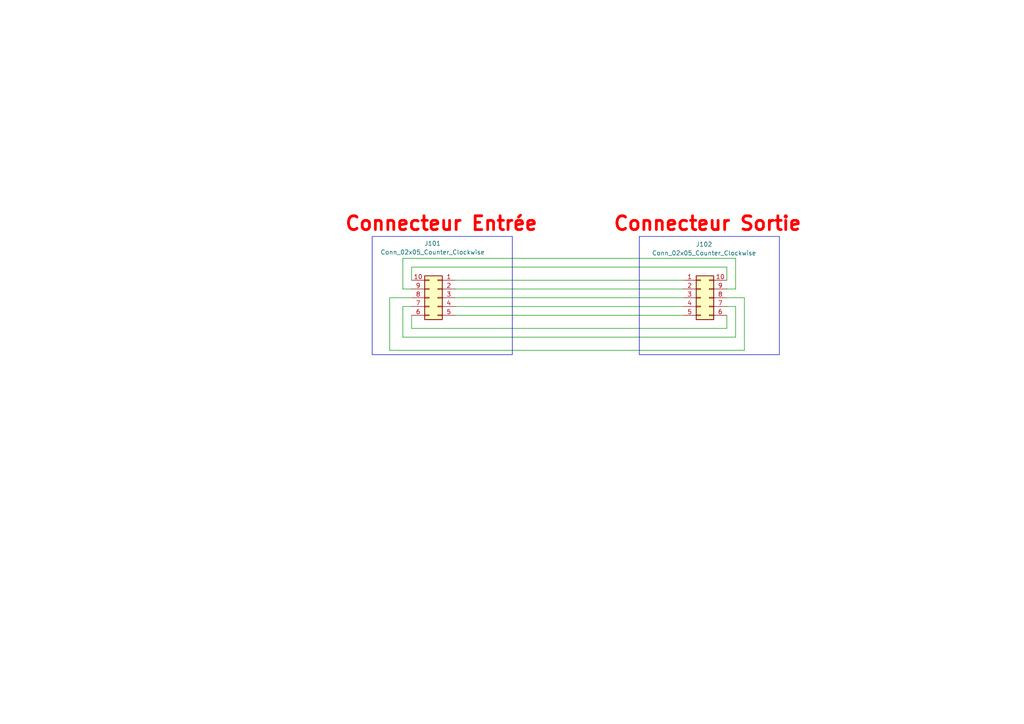
<source format=kicad_sch>
(kicad_sch (version 20231120) (generator "eeschema") (generator_version "8.0")
  (paper "A4")
  (lib_symbols
    (symbol "Connector_Generic:Conn_02x05_Counter_Clockwise" (pin_names (offset 1.016) hide)
      (property "Reference" "J" (at 1.27 7.62 0))
      (property "Value" "Conn_02x05_Counter_Clockwise" (at 1.27 -7.62 0))
      (symbol "Conn_02x05_Counter_Clockwise_1_1"
        (rectangle (start -1.27 -4.953) (end 0 -5.207) (stroke (width 0.1524)))
        (rectangle (start -1.27 -2.413) (end 0 -2.667) (stroke (width 0.1524)))
        (rectangle (start -1.27 0.127) (end 0 -0.127) (stroke (width 0.1524)))
        (rectangle (start -1.27 2.667) (end 0 2.413) (stroke (width 0.1524)))
        (rectangle (start -1.27 5.207) (end 0 4.953) (stroke (width 0.1524)))
        (rectangle (start -1.27 6.35) (end 3.81 -6.35) (stroke (width 0.254)) (fill (type background)))
        (rectangle (start 3.81 -4.953) (end 2.54 -5.207) (stroke (width 0.1524)))
        (rectangle (start 3.81 -2.413) (end 2.54 -2.667) (stroke (width 0.1524)))
        (rectangle (start 3.81 0.127) (end 2.54 -0.127) (stroke (width 0.1524)))
        (rectangle (start 3.81 2.667) (end 2.54 2.413) (stroke (width 0.1524)))
        (rectangle (start 3.81 5.207) (end 2.54 4.953) (stroke (width 0.1524)))
        (pin passive line (at -5.08 5.08 0) (length 3.81) (name "Pin_1") (number "1"))
        (pin passive line (at 7.62 5.08 180) (length 3.81) (name "Pin_10") (number "10"))
        (pin passive line (at -5.08 2.54 0) (length 3.81) (name "Pin_2") (number "2"))
        (pin passive line (at -5.08 0 0) (length 3.81) (name "Pin_3") (number "3"))
        (pin passive line (at -5.08 -2.54 0) (length 3.81) (name "Pin_4") (number "4"))
        (pin passive line (at -5.08 -5.08 0) (length 3.81) (name "Pin_5") (number "5"))
        (pin passive line (at 7.62 -5.08 180) (length 3.81) (name "Pin_6") (number "6"))
        (pin passive line (at 7.62 -2.54 180) (length 3.81) (name "Pin_7") (number "7"))
        (pin passive line (at 7.62 0 180) (length 3.81) (name "Pin_8") (number "8"))
        (pin passive line (at 7.62 2.54 180) (length 3.81) (name "Pin_9") (number "9"))
      )
    )
  )
  (wire (pts (xy 119.38 91.44) (xy 119.38 95.25)))
  (wire (pts (xy 213.36 74.93) (xy 116.84 74.93)))
  (wire (pts (xy 210.82 83.82) (xy 213.36 83.82)))
  (wire (pts (xy 132.08 91.44) (xy 198.12 91.44)))
  (wire (pts (xy 119.38 77.47) (xy 210.82 77.47)))
  (wire (pts (xy 213.36 97.79) (xy 213.36 88.9)))
  (wire (pts (xy 113.03 86.36) (xy 119.38 86.36)))
  (wire (pts (xy 119.38 95.25) (xy 210.82 95.25)))
  (wire (pts (xy 132.08 86.36) (xy 198.12 86.36)))
  (wire (pts (xy 132.08 88.9) (xy 198.12 88.9)))
  (wire (pts (xy 215.9 101.6) (xy 113.03 101.6)))
  (wire (pts (xy 210.82 95.25) (xy 210.82 91.44)))
  (wire (pts (xy 213.36 83.82) (xy 213.36 74.93)))
  (wire (pts (xy 116.84 97.79) (xy 213.36 97.79)))
  (wire (pts (xy 213.36 88.9) (xy 210.82 88.9)))
  (wire (pts (xy 210.82 77.47) (xy 210.82 81.28)))
  (wire (pts (xy 116.84 83.82) (xy 119.38 83.82)))
  (wire (pts (xy 116.84 88.9) (xy 116.84 97.79)))
  (wire (pts (xy 210.82 86.36) (xy 215.9 86.36)))
  (wire (pts (xy 119.38 88.9) (xy 116.84 88.9)))
  (wire (pts (xy 132.08 83.82) (xy 198.12 83.82)))
  (wire (pts (xy 119.38 81.28) (xy 119.38 77.47)))
  (wire (pts (xy 215.9 86.36) (xy 215.9 101.6)))
  (wire (pts (xy 116.84 74.93) (xy 116.84 83.82)))
  (wire (pts (xy 132.08 81.28) (xy 198.12 81.28)))
  (wire (pts (xy 113.03 101.6) (xy 113.03 86.36)))
  (rectangle (start 107.95 68.58) (end 148.59 102.87))
  (rectangle (start 185.42 68.58) (end 226.06 102.87))
  (text "Connecteur Sortie" (at 205.232 65.024 0) (effects (font (size 4 4) (thickness 0.8) (bold yes))))
  (text "Connecteur Entrée" (at 128.016 65.024 0) (effects (font (size 4 4) (thickness 0.8) (bold yes))))
  (symbol (lib_id "Connector_Generic:Conn_02x05_Counter_Clockwise") (at 127 86.36 0) (mirror y) (unit 1)
    (property "Reference" "J101" (at 125.476 70.612 0))
    (property "Value" "Conn_02x05_Counter_Clockwise" (at 125.476 73.152 0))
    (property "Footprint" "Connector_PinHeader_1.27mm:PinHeader_2x05_P1.27mm_Vertical_SMD" (effects (hide yes)))
    (property "Description" "Generic connector, double row, 02x05, counter clockwise pin numbering scheme (similar to DIP package numbering), script generated (kicad-library-utils/schlib/autogen/connector/)" (effects (hide yes)))
  )
  (symbol (lib_id "Connector_Generic:Conn_02x05_Counter_Clockwise") (at 203.2 86.36 0) (unit 1)
    (property "Reference" "J102" (at 204.216 70.866 0))
    (property "Value" "Conn_02x05_Counter_Clockwise" (at 204.216 73.406 0))
    (property "Footprint" "Connector_PinHeader_1.27mm:PinHeader_2x05_P1.27mm_Vertical_SMD" (effects (hide yes)))
    (property "Description" "Generic connector, double row, 02x05, counter clockwise pin numbering scheme (similar to DIP package numbering), script generated (kicad-library-utils/schlib/autogen/connector/)" (effects (hide yes)))
  )
)
</source>
